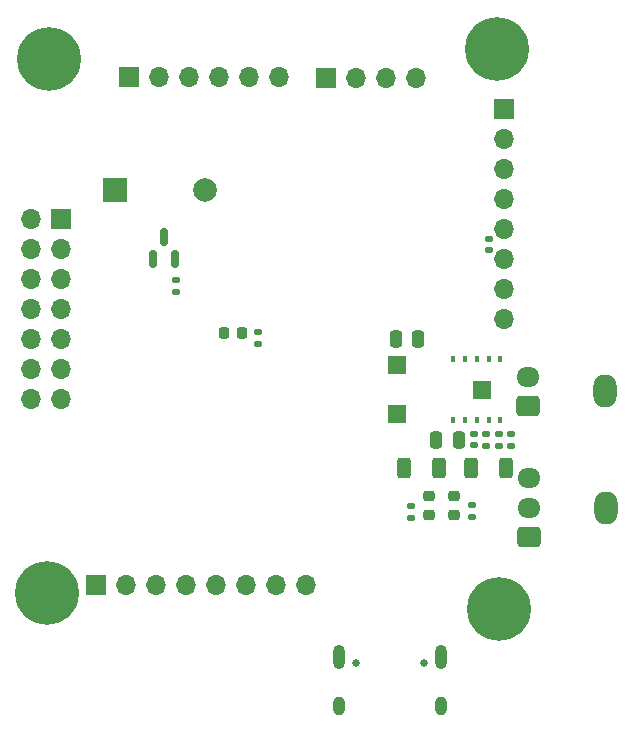
<source format=gbr>
%TF.GenerationSoftware,KiCad,Pcbnew,9.0.0*%
%TF.CreationDate,2025-03-20T21:32:39+01:00*%
%TF.ProjectId,PCB_Module_Payement,5043425f-4d6f-4647-956c-655f50617965,rev?*%
%TF.SameCoordinates,Original*%
%TF.FileFunction,Soldermask,Bot*%
%TF.FilePolarity,Negative*%
%FSLAX46Y46*%
G04 Gerber Fmt 4.6, Leading zero omitted, Abs format (unit mm)*
G04 Created by KiCad (PCBNEW 9.0.0) date 2025-03-20 21:32:39*
%MOMM*%
%LPD*%
G01*
G04 APERTURE LIST*
G04 Aperture macros list*
%AMRoundRect*
0 Rectangle with rounded corners*
0 $1 Rounding radius*
0 $2 $3 $4 $5 $6 $7 $8 $9 X,Y pos of 4 corners*
0 Add a 4 corners polygon primitive as box body*
4,1,4,$2,$3,$4,$5,$6,$7,$8,$9,$2,$3,0*
0 Add four circle primitives for the rounded corners*
1,1,$1+$1,$2,$3*
1,1,$1+$1,$4,$5*
1,1,$1+$1,$6,$7*
1,1,$1+$1,$8,$9*
0 Add four rect primitives between the rounded corners*
20,1,$1+$1,$2,$3,$4,$5,0*
20,1,$1+$1,$4,$5,$6,$7,0*
20,1,$1+$1,$6,$7,$8,$9,0*
20,1,$1+$1,$8,$9,$2,$3,0*%
G04 Aperture macros list end*
%ADD10RoundRect,0.218750X-0.218750X-0.256250X0.218750X-0.256250X0.218750X0.256250X-0.218750X0.256250X0*%
%ADD11O,1.950000X1.700000*%
%ADD12RoundRect,0.250000X0.725000X-0.600000X0.725000X0.600000X-0.725000X0.600000X-0.725000X-0.600000X0*%
%ADD13O,2.000000X2.800000*%
%ADD14RoundRect,0.140000X-0.170000X0.140000X-0.170000X-0.140000X0.170000X-0.140000X0.170000X0.140000X0*%
%ADD15C,0.650000*%
%ADD16O,1.000000X2.100000*%
%ADD17O,1.000000X1.600000*%
%ADD18R,1.700000X1.700000*%
%ADD19O,1.700000X1.700000*%
%ADD20R,2.000000X2.000000*%
%ADD21C,2.000000*%
%ADD22C,5.400000*%
%ADD23RoundRect,0.135000X0.185000X-0.135000X0.185000X0.135000X-0.185000X0.135000X-0.185000X-0.135000X0*%
%ADD24RoundRect,0.150000X0.150000X-0.587500X0.150000X0.587500X-0.150000X0.587500X-0.150000X-0.587500X0*%
%ADD25RoundRect,0.135000X-0.185000X0.135000X-0.185000X-0.135000X0.185000X-0.135000X0.185000X0.135000X0*%
%ADD26R,0.400000X0.500000*%
%ADD27R,1.500000X1.500000*%
%ADD28RoundRect,0.218750X-0.256250X0.218750X-0.256250X-0.218750X0.256250X-0.218750X0.256250X0.218750X0*%
%ADD29RoundRect,0.250000X-0.250000X-0.475000X0.250000X-0.475000X0.250000X0.475000X-0.250000X0.475000X0*%
%ADD30RoundRect,0.250000X0.312500X0.625000X-0.312500X0.625000X-0.312500X-0.625000X0.312500X-0.625000X0*%
%ADD31RoundRect,0.250000X0.250000X0.475000X-0.250000X0.475000X-0.250000X-0.475000X0.250000X-0.475000X0*%
G04 APERTURE END LIST*
D10*
%TO.C,D5*%
X155787500Y-98850000D03*
X154212500Y-98850000D03*
%TD*%
D11*
%TO.C,J5*%
X180000000Y-102550000D03*
D12*
X180000000Y-105050000D03*
D13*
X186500000Y-103800000D03*
%TD*%
D14*
%TO.C,C15*%
X176700000Y-91830000D03*
X176700000Y-90870000D03*
%TD*%
D15*
%TO.C,J6*%
X165430000Y-126795000D03*
X171210000Y-126795000D03*
D16*
X164000000Y-126265000D03*
D17*
X164000000Y-130445000D03*
D16*
X172640000Y-126265000D03*
D17*
X172640000Y-130445000D03*
%TD*%
D18*
%TO.C,J3*%
X177945000Y-79925000D03*
D19*
X177945000Y-82465000D03*
X177945000Y-85005000D03*
X177945000Y-87545000D03*
X177945000Y-90085000D03*
X177945000Y-92625000D03*
X177945000Y-95165000D03*
X177945000Y-97705000D03*
%TD*%
D20*
%TO.C,BZ1*%
X145050000Y-86750000D03*
D21*
X152650000Y-86750000D03*
%TD*%
D18*
%TO.C,J1*%
X162890000Y-77250000D03*
D19*
X165430000Y-77250000D03*
X167970000Y-77250000D03*
X170510000Y-77250000D03*
%TD*%
D22*
%TO.C,H4*%
X177550000Y-122200000D03*
%TD*%
D23*
%TO.C,R19*%
X150200000Y-95360000D03*
X150200000Y-94340000D03*
%TD*%
D22*
%TO.C,H3*%
X139250000Y-120850000D03*
%TD*%
D24*
%TO.C,Q1*%
X150100000Y-92600000D03*
X148200000Y-92600000D03*
X149150000Y-90725000D03*
%TD*%
D22*
%TO.C,H2*%
X177370000Y-74800000D03*
%TD*%
%TO.C,H1*%
X139400000Y-75700000D03*
%TD*%
D13*
%TO.C,J_Switch1*%
X186550000Y-113650000D03*
D12*
X180050000Y-116150000D03*
D11*
X180050000Y-113650000D03*
X180050000Y-111150000D03*
%TD*%
D18*
%TO.C,J2*%
X146230000Y-77175000D03*
D19*
X148770000Y-77175000D03*
X151310000Y-77175000D03*
X153850000Y-77175000D03*
X156390000Y-77175000D03*
X158930000Y-77175000D03*
%TD*%
D25*
%TO.C,R12*%
X170100000Y-113490000D03*
X170100000Y-114510000D03*
%TD*%
D23*
%TO.C,R13*%
X177500000Y-108460000D03*
X177500000Y-107440000D03*
%TD*%
%TO.C,R20*%
X157150000Y-99820000D03*
X157150000Y-98800000D03*
%TD*%
D26*
%TO.C,U6*%
X177650000Y-106250000D03*
X176650000Y-106250000D03*
X175650000Y-106250000D03*
X174650000Y-106250000D03*
X173650000Y-106250000D03*
D27*
X168900000Y-105750000D03*
X168900000Y-101550000D03*
D26*
X173650000Y-101050000D03*
X174650000Y-101050000D03*
X175650000Y-101050000D03*
X176650000Y-101050000D03*
X177650000Y-101050000D03*
D27*
X176050000Y-103650000D03*
%TD*%
D28*
%TO.C,D3*%
X171600000Y-112662500D03*
X171600000Y-114237500D03*
%TD*%
D25*
%TO.C,R14*%
X176450000Y-107440000D03*
X176450000Y-108460000D03*
%TD*%
D29*
%TO.C,C16*%
X168800000Y-99350000D03*
X170700000Y-99350000D03*
%TD*%
D30*
%TO.C,R15*%
X172412500Y-110250000D03*
X169487500Y-110250000D03*
%TD*%
D18*
%TO.C,J7*%
X140450000Y-89175000D03*
D19*
X137910000Y-89175000D03*
X140450000Y-91715000D03*
X137910000Y-91715000D03*
X140450000Y-94255000D03*
X137910000Y-94255000D03*
X140450000Y-96795000D03*
X137910000Y-96795000D03*
X140450000Y-99335000D03*
X137910000Y-99335000D03*
X140450000Y-101875000D03*
X137910000Y-101875000D03*
X140450000Y-104415000D03*
X137910000Y-104415000D03*
%TD*%
D18*
%TO.C,J8*%
X143410000Y-120195000D03*
D19*
X145950000Y-120195000D03*
X148490000Y-120195000D03*
X151030000Y-120195000D03*
X153570000Y-120195000D03*
X156110000Y-120195000D03*
X158650000Y-120195000D03*
X161190000Y-120195000D03*
%TD*%
D25*
%TO.C,R16*%
X178550000Y-107440000D03*
X178550000Y-108460000D03*
%TD*%
D30*
%TO.C,R17*%
X178112500Y-110250000D03*
X175187500Y-110250000D03*
%TD*%
D31*
%TO.C,C17*%
X174100000Y-107950000D03*
X172200000Y-107950000D03*
%TD*%
D25*
%TO.C,R18*%
X175200000Y-113440000D03*
X175200000Y-114460000D03*
%TD*%
D28*
%TO.C,D4*%
X173750000Y-112662500D03*
X173750000Y-114237500D03*
%TD*%
D14*
%TO.C,C18*%
X175400000Y-107420000D03*
X175400000Y-108380000D03*
%TD*%
M02*

</source>
